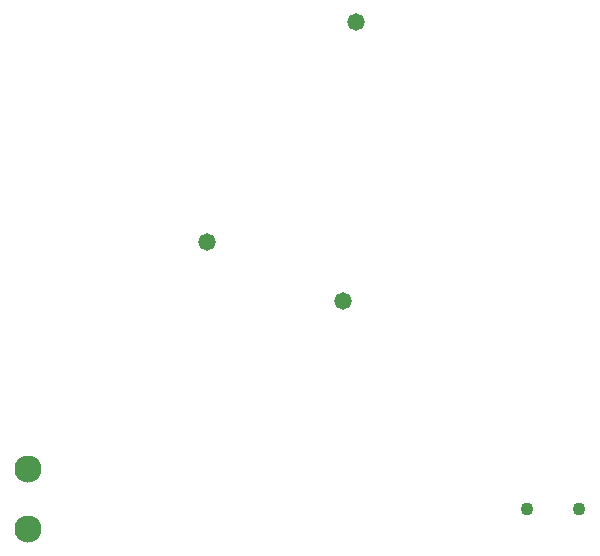
<source format=gbs>
G04*
G04 #@! TF.GenerationSoftware,Altium Limited,Altium Designer,22.9.1 (49)*
G04*
G04 Layer_Color=16711935*
%FSLAX25Y25*%
%MOIN*%
G70*
G04*
G04 #@! TF.SameCoordinates,98696D13-EABD-4F9F-9DF4-DD99C549A471*
G04*
G04*
G04 #@! TF.FilePolarity,Negative*
G04*
G01*
G75*
%ADD48C,0.04343*%
%ADD49C,0.09055*%
%ADD50C,0.05800*%
D48*
X187402Y27854D02*
D03*
X204724D02*
D03*
D49*
X20866Y21102D02*
D03*
Y41102D02*
D03*
D50*
X80709Y116929D02*
D03*
X130315Y190157D02*
D03*
X125984Y97244D02*
D03*
M02*

</source>
